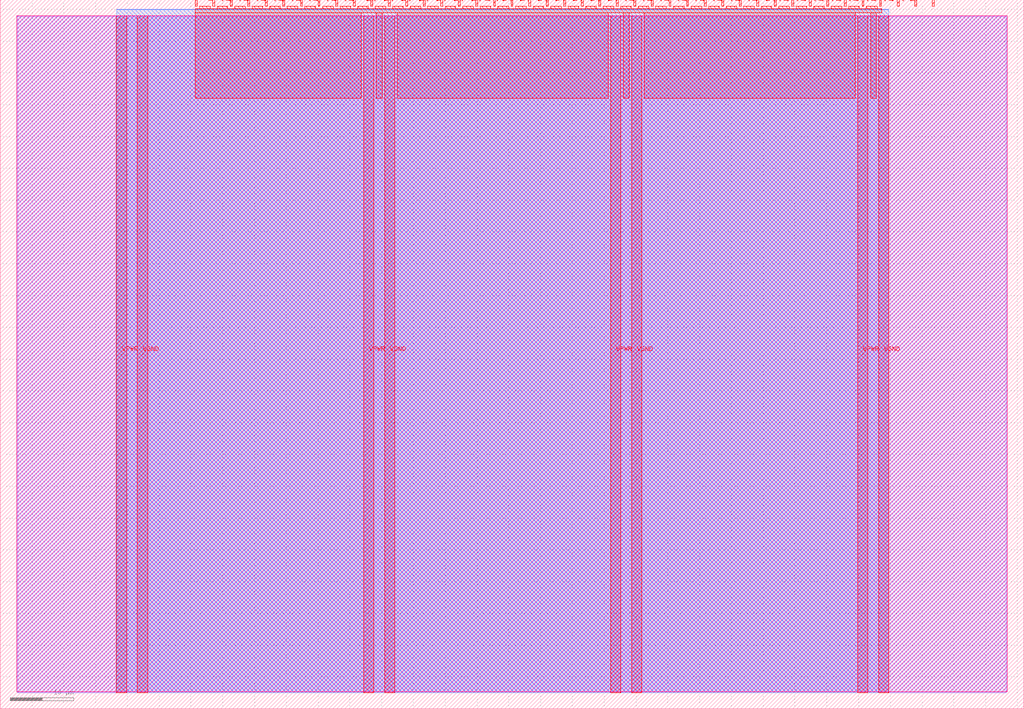
<source format=lef>
VERSION 5.7 ;
  NOWIREEXTENSIONATPIN ON ;
  DIVIDERCHAR "/" ;
  BUSBITCHARS "[]" ;
MACRO tt_um_wokwi_414121095655279617
  CLASS BLOCK ;
  FOREIGN tt_um_wokwi_414121095655279617 ;
  ORIGIN 0.000 0.000 ;
  SIZE 161.000 BY 111.520 ;
  PIN VGND
    DIRECTION INOUT ;
    USE GROUND ;
    PORT
      LAYER met4 ;
        RECT 21.580 2.480 23.180 109.040 ;
    END
    PORT
      LAYER met4 ;
        RECT 60.450 2.480 62.050 109.040 ;
    END
    PORT
      LAYER met4 ;
        RECT 99.320 2.480 100.920 109.040 ;
    END
    PORT
      LAYER met4 ;
        RECT 138.190 2.480 139.790 109.040 ;
    END
  END VGND
  PIN VPWR
    DIRECTION INOUT ;
    USE POWER ;
    PORT
      LAYER met4 ;
        RECT 18.280 2.480 19.880 109.040 ;
    END
    PORT
      LAYER met4 ;
        RECT 57.150 2.480 58.750 109.040 ;
    END
    PORT
      LAYER met4 ;
        RECT 96.020 2.480 97.620 109.040 ;
    END
    PORT
      LAYER met4 ;
        RECT 134.890 2.480 136.490 109.040 ;
    END
  END VPWR
  PIN clk
    DIRECTION INPUT ;
    USE SIGNAL ;
    PORT
      LAYER met4 ;
        RECT 143.830 110.520 144.130 111.520 ;
    END
  END clk
  PIN ena
    DIRECTION INPUT ;
    USE SIGNAL ;
    PORT
      LAYER met4 ;
        RECT 146.590 110.520 146.890 111.520 ;
    END
  END ena
  PIN rst_n
    DIRECTION INPUT ;
    USE SIGNAL ;
    PORT
      LAYER met4 ;
        RECT 141.070 110.520 141.370 111.520 ;
    END
  END rst_n
  PIN ui_in[0]
    DIRECTION INPUT ;
    USE SIGNAL ;
    ANTENNAGATEAREA 0.196500 ;
    PORT
      LAYER met4 ;
        RECT 138.310 110.520 138.610 111.520 ;
    END
  END ui_in[0]
  PIN ui_in[1]
    DIRECTION INPUT ;
    USE SIGNAL ;
    ANTENNAGATEAREA 0.196500 ;
    PORT
      LAYER met4 ;
        RECT 135.550 110.520 135.850 111.520 ;
    END
  END ui_in[1]
  PIN ui_in[2]
    DIRECTION INPUT ;
    USE SIGNAL ;
    PORT
      LAYER met4 ;
        RECT 132.790 110.520 133.090 111.520 ;
    END
  END ui_in[2]
  PIN ui_in[3]
    DIRECTION INPUT ;
    USE SIGNAL ;
    PORT
      LAYER met4 ;
        RECT 130.030 110.520 130.330 111.520 ;
    END
  END ui_in[3]
  PIN ui_in[4]
    DIRECTION INPUT ;
    USE SIGNAL ;
    ANTENNAGATEAREA 0.159000 ;
    PORT
      LAYER met4 ;
        RECT 127.270 110.520 127.570 111.520 ;
    END
  END ui_in[4]
  PIN ui_in[5]
    DIRECTION INPUT ;
    USE SIGNAL ;
    ANTENNAGATEAREA 0.159000 ;
    PORT
      LAYER met4 ;
        RECT 124.510 110.520 124.810 111.520 ;
    END
  END ui_in[5]
  PIN ui_in[6]
    DIRECTION INPUT ;
    USE SIGNAL ;
    ANTENNAGATEAREA 0.159000 ;
    PORT
      LAYER met4 ;
        RECT 121.750 110.520 122.050 111.520 ;
    END
  END ui_in[6]
  PIN ui_in[7]
    DIRECTION INPUT ;
    USE SIGNAL ;
    ANTENNAGATEAREA 0.159000 ;
    PORT
      LAYER met4 ;
        RECT 118.990 110.520 119.290 111.520 ;
    END
  END ui_in[7]
  PIN uio_in[0]
    DIRECTION INPUT ;
    USE SIGNAL ;
    PORT
      LAYER met4 ;
        RECT 116.230 110.520 116.530 111.520 ;
    END
  END uio_in[0]
  PIN uio_in[1]
    DIRECTION INPUT ;
    USE SIGNAL ;
    PORT
      LAYER met4 ;
        RECT 113.470 110.520 113.770 111.520 ;
    END
  END uio_in[1]
  PIN uio_in[2]
    DIRECTION INPUT ;
    USE SIGNAL ;
    PORT
      LAYER met4 ;
        RECT 110.710 110.520 111.010 111.520 ;
    END
  END uio_in[2]
  PIN uio_in[3]
    DIRECTION INPUT ;
    USE SIGNAL ;
    PORT
      LAYER met4 ;
        RECT 107.950 110.520 108.250 111.520 ;
    END
  END uio_in[3]
  PIN uio_in[4]
    DIRECTION INPUT ;
    USE SIGNAL ;
    PORT
      LAYER met4 ;
        RECT 105.190 110.520 105.490 111.520 ;
    END
  END uio_in[4]
  PIN uio_in[5]
    DIRECTION INPUT ;
    USE SIGNAL ;
    PORT
      LAYER met4 ;
        RECT 102.430 110.520 102.730 111.520 ;
    END
  END uio_in[5]
  PIN uio_in[6]
    DIRECTION INPUT ;
    USE SIGNAL ;
    PORT
      LAYER met4 ;
        RECT 99.670 110.520 99.970 111.520 ;
    END
  END uio_in[6]
  PIN uio_in[7]
    DIRECTION INPUT ;
    USE SIGNAL ;
    PORT
      LAYER met4 ;
        RECT 96.910 110.520 97.210 111.520 ;
    END
  END uio_in[7]
  PIN uio_oe[0]
    DIRECTION OUTPUT ;
    USE SIGNAL ;
    PORT
      LAYER met4 ;
        RECT 49.990 110.520 50.290 111.520 ;
    END
  END uio_oe[0]
  PIN uio_oe[1]
    DIRECTION OUTPUT ;
    USE SIGNAL ;
    PORT
      LAYER met4 ;
        RECT 47.230 110.520 47.530 111.520 ;
    END
  END uio_oe[1]
  PIN uio_oe[2]
    DIRECTION OUTPUT ;
    USE SIGNAL ;
    PORT
      LAYER met4 ;
        RECT 44.470 110.520 44.770 111.520 ;
    END
  END uio_oe[2]
  PIN uio_oe[3]
    DIRECTION OUTPUT ;
    USE SIGNAL ;
    PORT
      LAYER met4 ;
        RECT 41.710 110.520 42.010 111.520 ;
    END
  END uio_oe[3]
  PIN uio_oe[4]
    DIRECTION OUTPUT ;
    USE SIGNAL ;
    PORT
      LAYER met4 ;
        RECT 38.950 110.520 39.250 111.520 ;
    END
  END uio_oe[4]
  PIN uio_oe[5]
    DIRECTION OUTPUT ;
    USE SIGNAL ;
    PORT
      LAYER met4 ;
        RECT 36.190 110.520 36.490 111.520 ;
    END
  END uio_oe[5]
  PIN uio_oe[6]
    DIRECTION OUTPUT ;
    USE SIGNAL ;
    PORT
      LAYER met4 ;
        RECT 33.430 110.520 33.730 111.520 ;
    END
  END uio_oe[6]
  PIN uio_oe[7]
    DIRECTION OUTPUT ;
    USE SIGNAL ;
    PORT
      LAYER met4 ;
        RECT 30.670 110.520 30.970 111.520 ;
    END
  END uio_oe[7]
  PIN uio_out[0]
    DIRECTION OUTPUT ;
    USE SIGNAL ;
    PORT
      LAYER met4 ;
        RECT 72.070 110.520 72.370 111.520 ;
    END
  END uio_out[0]
  PIN uio_out[1]
    DIRECTION OUTPUT ;
    USE SIGNAL ;
    PORT
      LAYER met4 ;
        RECT 69.310 110.520 69.610 111.520 ;
    END
  END uio_out[1]
  PIN uio_out[2]
    DIRECTION OUTPUT ;
    USE SIGNAL ;
    PORT
      LAYER met4 ;
        RECT 66.550 110.520 66.850 111.520 ;
    END
  END uio_out[2]
  PIN uio_out[3]
    DIRECTION OUTPUT ;
    USE SIGNAL ;
    PORT
      LAYER met4 ;
        RECT 63.790 110.520 64.090 111.520 ;
    END
  END uio_out[3]
  PIN uio_out[4]
    DIRECTION OUTPUT ;
    USE SIGNAL ;
    PORT
      LAYER met4 ;
        RECT 61.030 110.520 61.330 111.520 ;
    END
  END uio_out[4]
  PIN uio_out[5]
    DIRECTION OUTPUT ;
    USE SIGNAL ;
    PORT
      LAYER met4 ;
        RECT 58.270 110.520 58.570 111.520 ;
    END
  END uio_out[5]
  PIN uio_out[6]
    DIRECTION OUTPUT ;
    USE SIGNAL ;
    PORT
      LAYER met4 ;
        RECT 55.510 110.520 55.810 111.520 ;
    END
  END uio_out[6]
  PIN uio_out[7]
    DIRECTION OUTPUT ;
    USE SIGNAL ;
    PORT
      LAYER met4 ;
        RECT 52.750 110.520 53.050 111.520 ;
    END
  END uio_out[7]
  PIN uo_out[0]
    DIRECTION OUTPUT ;
    USE SIGNAL ;
    ANTENNADIFFAREA 0.795200 ;
    PORT
      LAYER met4 ;
        RECT 94.150 110.520 94.450 111.520 ;
    END
  END uo_out[0]
  PIN uo_out[1]
    DIRECTION OUTPUT ;
    USE SIGNAL ;
    ANTENNADIFFAREA 0.795200 ;
    PORT
      LAYER met4 ;
        RECT 91.390 110.520 91.690 111.520 ;
    END
  END uo_out[1]
  PIN uo_out[2]
    DIRECTION OUTPUT ;
    USE SIGNAL ;
    PORT
      LAYER met4 ;
        RECT 88.630 110.520 88.930 111.520 ;
    END
  END uo_out[2]
  PIN uo_out[3]
    DIRECTION OUTPUT ;
    USE SIGNAL ;
    PORT
      LAYER met4 ;
        RECT 85.870 110.520 86.170 111.520 ;
    END
  END uo_out[3]
  PIN uo_out[4]
    DIRECTION OUTPUT ;
    USE SIGNAL ;
    ANTENNADIFFAREA 0.445500 ;
    PORT
      LAYER met4 ;
        RECT 83.110 110.520 83.410 111.520 ;
    END
  END uo_out[4]
  PIN uo_out[5]
    DIRECTION OUTPUT ;
    USE SIGNAL ;
    ANTENNADIFFAREA 0.445500 ;
    PORT
      LAYER met4 ;
        RECT 80.350 110.520 80.650 111.520 ;
    END
  END uo_out[5]
  PIN uo_out[6]
    DIRECTION OUTPUT ;
    USE SIGNAL ;
    ANTENNADIFFAREA 0.445500 ;
    PORT
      LAYER met4 ;
        RECT 77.590 110.520 77.890 111.520 ;
    END
  END uo_out[6]
  PIN uo_out[7]
    DIRECTION OUTPUT ;
    USE SIGNAL ;
    ANTENNADIFFAREA 0.445500 ;
    PORT
      LAYER met4 ;
        RECT 74.830 110.520 75.130 111.520 ;
    END
  END uo_out[7]
  OBS
      LAYER nwell ;
        RECT 2.570 2.635 158.430 108.990 ;
      LAYER li1 ;
        RECT 2.760 2.635 158.240 108.885 ;
      LAYER met1 ;
        RECT 2.760 2.480 158.240 109.040 ;
      LAYER met2 ;
        RECT 18.310 2.535 139.760 110.005 ;
      LAYER met3 ;
        RECT 18.290 2.555 139.780 109.985 ;
      LAYER met4 ;
        RECT 31.370 110.120 33.030 110.520 ;
        RECT 34.130 110.120 35.790 110.520 ;
        RECT 36.890 110.120 38.550 110.520 ;
        RECT 39.650 110.120 41.310 110.520 ;
        RECT 42.410 110.120 44.070 110.520 ;
        RECT 45.170 110.120 46.830 110.520 ;
        RECT 47.930 110.120 49.590 110.520 ;
        RECT 50.690 110.120 52.350 110.520 ;
        RECT 53.450 110.120 55.110 110.520 ;
        RECT 56.210 110.120 57.870 110.520 ;
        RECT 58.970 110.120 60.630 110.520 ;
        RECT 61.730 110.120 63.390 110.520 ;
        RECT 64.490 110.120 66.150 110.520 ;
        RECT 67.250 110.120 68.910 110.520 ;
        RECT 70.010 110.120 71.670 110.520 ;
        RECT 72.770 110.120 74.430 110.520 ;
        RECT 75.530 110.120 77.190 110.520 ;
        RECT 78.290 110.120 79.950 110.520 ;
        RECT 81.050 110.120 82.710 110.520 ;
        RECT 83.810 110.120 85.470 110.520 ;
        RECT 86.570 110.120 88.230 110.520 ;
        RECT 89.330 110.120 90.990 110.520 ;
        RECT 92.090 110.120 93.750 110.520 ;
        RECT 94.850 110.120 96.510 110.520 ;
        RECT 97.610 110.120 99.270 110.520 ;
        RECT 100.370 110.120 102.030 110.520 ;
        RECT 103.130 110.120 104.790 110.520 ;
        RECT 105.890 110.120 107.550 110.520 ;
        RECT 108.650 110.120 110.310 110.520 ;
        RECT 111.410 110.120 113.070 110.520 ;
        RECT 114.170 110.120 115.830 110.520 ;
        RECT 116.930 110.120 118.590 110.520 ;
        RECT 119.690 110.120 121.350 110.520 ;
        RECT 122.450 110.120 124.110 110.520 ;
        RECT 125.210 110.120 126.870 110.520 ;
        RECT 127.970 110.120 129.630 110.520 ;
        RECT 130.730 110.120 132.390 110.520 ;
        RECT 133.490 110.120 135.150 110.520 ;
        RECT 136.250 110.120 137.910 110.520 ;
        RECT 30.655 109.440 138.625 110.120 ;
        RECT 30.655 96.055 56.750 109.440 ;
        RECT 59.150 96.055 60.050 109.440 ;
        RECT 62.450 96.055 95.620 109.440 ;
        RECT 98.020 96.055 98.920 109.440 ;
        RECT 101.320 96.055 134.490 109.440 ;
        RECT 136.890 96.055 137.790 109.440 ;
  END
END tt_um_wokwi_414121095655279617
END LIBRARY


</source>
